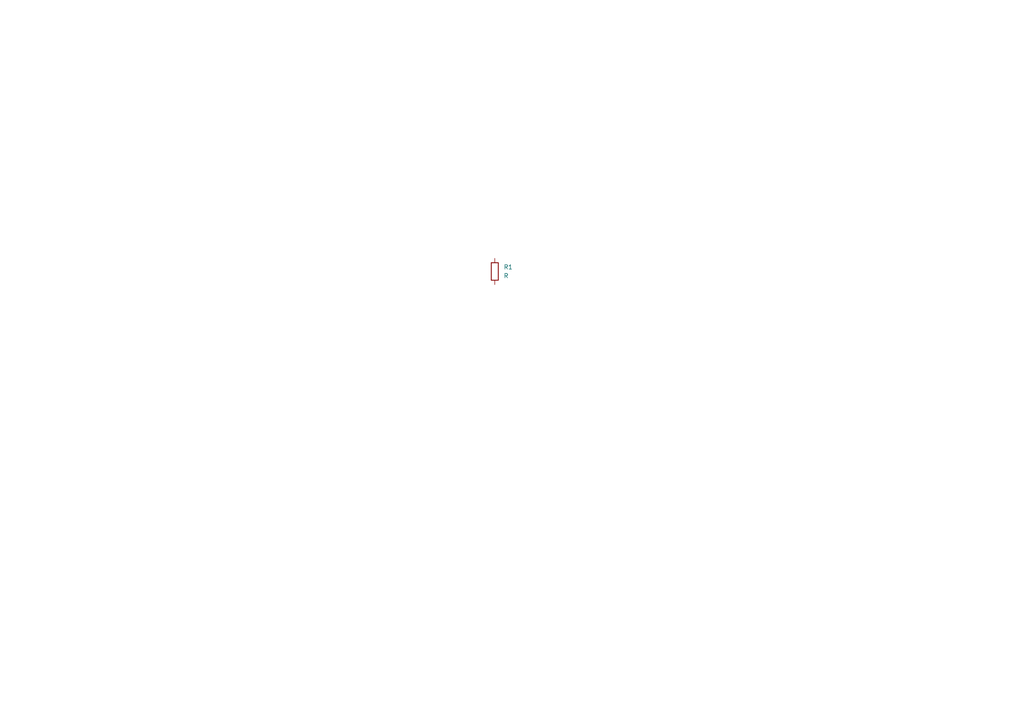
<source format=kicad_sch>
(kicad_sch (version 20231120) (generator "eeschema") (generator_version "8.0")
  (paper "A4")
  (lib_symbols
    (symbol "Device:R" (pin_numbers hide) (pin_names (offset 0))
      (property "Reference" "R" (at 2.032 0 90))
      (property "Value" "R" (at 0 0 90))
      (symbol "R_0_1"
        (rectangle (start -1.016 -2.54) (end 1.016 2.54) (stroke (width 0.254)))
      )
      (symbol "R_1_1"
        (pin passive line (at 0 3.81 270) (length 1.27) (name "~") (number "1"))
        (pin passive line (at 0 -3.81 90) (length 1.27) (name "~") (number "2"))
      )
    )
  )
  (symbol (lib_id "Device:R") (at 143.51 78.74 0) (unit 1)
    (property "Reference" "R1" (at 146.05 77.4699 0) (effects (justify left)))
    (property "Value" "R" (at 146.05 80.0099 0) (effects (justify left)))
    (property "Footprint" "var_rename:D_0805_2012Metric" (effects (hide yes)))
    (property "Description" "Resistor" (effects (hide yes)))
    (property "Config" "+left,+right" (effects (hide yes)))
    (property "left:Footprint" "var_rename:D_0805_2012Metric" (effects (hide yes)))
    (property "right:Footprint" "var_rename:TestPoint_Bridge_Pitch2.0mm_Drill0.7mm" (effects (hide yes)))
  )
)
</source>
